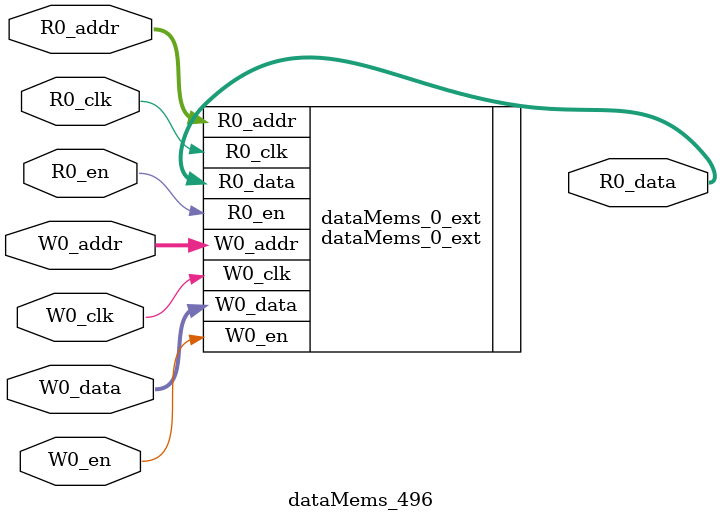
<source format=sv>
`ifndef RANDOMIZE
  `ifdef RANDOMIZE_REG_INIT
    `define RANDOMIZE
  `endif // RANDOMIZE_REG_INIT
`endif // not def RANDOMIZE
`ifndef RANDOMIZE
  `ifdef RANDOMIZE_MEM_INIT
    `define RANDOMIZE
  `endif // RANDOMIZE_MEM_INIT
`endif // not def RANDOMIZE

`ifndef RANDOM
  `define RANDOM $random
`endif // not def RANDOM

// Users can define 'PRINTF_COND' to add an extra gate to prints.
`ifndef PRINTF_COND_
  `ifdef PRINTF_COND
    `define PRINTF_COND_ (`PRINTF_COND)
  `else  // PRINTF_COND
    `define PRINTF_COND_ 1
  `endif // PRINTF_COND
`endif // not def PRINTF_COND_

// Users can define 'ASSERT_VERBOSE_COND' to add an extra gate to assert error printing.
`ifndef ASSERT_VERBOSE_COND_
  `ifdef ASSERT_VERBOSE_COND
    `define ASSERT_VERBOSE_COND_ (`ASSERT_VERBOSE_COND)
  `else  // ASSERT_VERBOSE_COND
    `define ASSERT_VERBOSE_COND_ 1
  `endif // ASSERT_VERBOSE_COND
`endif // not def ASSERT_VERBOSE_COND_

// Users can define 'STOP_COND' to add an extra gate to stop conditions.
`ifndef STOP_COND_
  `ifdef STOP_COND
    `define STOP_COND_ (`STOP_COND)
  `else  // STOP_COND
    `define STOP_COND_ 1
  `endif // STOP_COND
`endif // not def STOP_COND_

// Users can define INIT_RANDOM as general code that gets injected into the
// initializer block for modules with registers.
`ifndef INIT_RANDOM
  `define INIT_RANDOM
`endif // not def INIT_RANDOM

// If using random initialization, you can also define RANDOMIZE_DELAY to
// customize the delay used, otherwise 0.002 is used.
`ifndef RANDOMIZE_DELAY
  `define RANDOMIZE_DELAY 0.002
`endif // not def RANDOMIZE_DELAY

// Define INIT_RANDOM_PROLOG_ for use in our modules below.
`ifndef INIT_RANDOM_PROLOG_
  `ifdef RANDOMIZE
    `ifdef VERILATOR
      `define INIT_RANDOM_PROLOG_ `INIT_RANDOM
    `else  // VERILATOR
      `define INIT_RANDOM_PROLOG_ `INIT_RANDOM #`RANDOMIZE_DELAY begin end
    `endif // VERILATOR
  `else  // RANDOMIZE
    `define INIT_RANDOM_PROLOG_
  `endif // RANDOMIZE
`endif // not def INIT_RANDOM_PROLOG_

// Include register initializers in init blocks unless synthesis is set
`ifndef SYNTHESIS
  `ifndef ENABLE_INITIAL_REG_
    `define ENABLE_INITIAL_REG_
  `endif // not def ENABLE_INITIAL_REG_
`endif // not def SYNTHESIS

// Include rmemory initializers in init blocks unless synthesis is set
`ifndef SYNTHESIS
  `ifndef ENABLE_INITIAL_MEM_
    `define ENABLE_INITIAL_MEM_
  `endif // not def ENABLE_INITIAL_MEM_
`endif // not def SYNTHESIS

module dataMems_496(	// @[generators/ara/src/main/scala/UnsafeAXI4ToTL.scala:365:62]
  input  [4:0]  R0_addr,
  input         R0_en,
  input         R0_clk,
  output [66:0] R0_data,
  input  [4:0]  W0_addr,
  input         W0_en,
  input         W0_clk,
  input  [66:0] W0_data
);

  dataMems_0_ext dataMems_0_ext (	// @[generators/ara/src/main/scala/UnsafeAXI4ToTL.scala:365:62]
    .R0_addr (R0_addr),
    .R0_en   (R0_en),
    .R0_clk  (R0_clk),
    .R0_data (R0_data),
    .W0_addr (W0_addr),
    .W0_en   (W0_en),
    .W0_clk  (W0_clk),
    .W0_data (W0_data)
  );
endmodule


</source>
